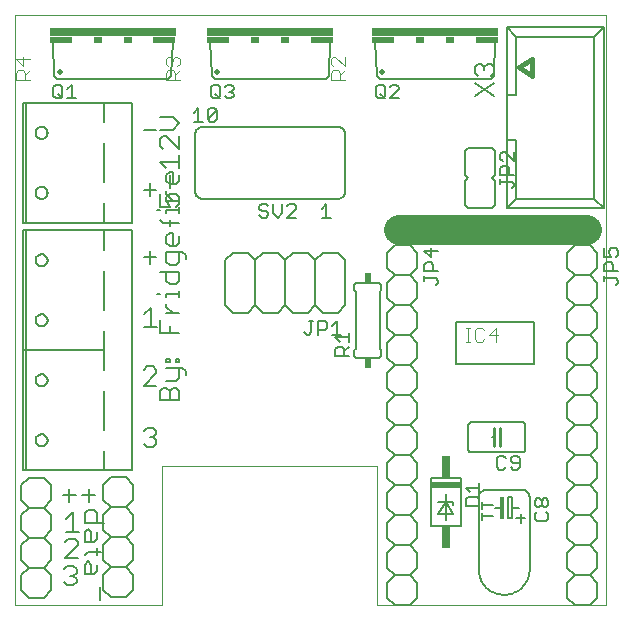
<source format=gto>
G75*
%MOIN*%
%OFA0B0*%
%FSLAX24Y24*%
%IPPOS*%
%LPD*%
%AMOC8*
5,1,8,0,0,1.08239X$1,22.5*
%
%ADD10C,0.0000*%
%ADD11C,0.1000*%
%ADD12C,0.0060*%
%ADD13C,0.0050*%
%ADD14R,0.0170X0.0740*%
%ADD15C,0.0100*%
%ADD16C,0.0080*%
%ADD17C,0.0040*%
%ADD18C,0.0160*%
%ADD19R,0.1000X0.0200*%
%ADD20R,0.0300X0.0750*%
%ADD21R,0.0240X0.0340*%
%ADD22C,0.0200*%
%ADD23R,0.4200X0.0300*%
%ADD24R,0.0750X0.0200*%
%ADD25R,0.0300X0.0200*%
D10*
X000267Y000130D02*
X000267Y019815D01*
X019952Y019815D01*
X019952Y000130D01*
X012326Y000130D01*
X012326Y004786D01*
X005161Y004786D01*
X005161Y000130D01*
X000267Y000130D01*
D11*
X013067Y012630D02*
X019317Y012630D01*
D12*
X019417Y012130D02*
X018917Y012130D01*
X018667Y011880D01*
X018667Y011380D01*
X018917Y011130D01*
X018667Y010880D01*
X018667Y010380D01*
X018917Y010130D01*
X019417Y010130D01*
X019667Y010380D01*
X019667Y010880D01*
X019417Y011130D01*
X018917Y011130D01*
X019417Y011130D02*
X019667Y011380D01*
X019667Y011880D01*
X019417Y012130D01*
X019417Y010130D02*
X019667Y009880D01*
X019667Y009380D01*
X019417Y009130D01*
X019667Y008880D01*
X019667Y008380D01*
X019417Y008130D01*
X019667Y007880D01*
X019667Y007380D01*
X019417Y007130D01*
X018917Y007130D01*
X018667Y007380D01*
X018667Y007880D01*
X018917Y008130D01*
X018667Y008380D01*
X018667Y008880D01*
X018917Y009130D01*
X018667Y009380D01*
X018667Y009880D01*
X018917Y010130D01*
X018917Y009130D02*
X019417Y009130D01*
X019417Y008130D02*
X018917Y008130D01*
X018917Y007130D02*
X018667Y006880D01*
X018667Y006380D01*
X018917Y006130D01*
X018667Y005880D01*
X018667Y005380D01*
X018917Y005130D01*
X018667Y004880D01*
X018667Y004380D01*
X018917Y004130D01*
X019417Y004130D01*
X019667Y004380D01*
X019667Y004880D01*
X019417Y005130D01*
X018917Y005130D01*
X019417Y005130D02*
X019667Y005380D01*
X019667Y005880D01*
X019417Y006130D01*
X018917Y006130D01*
X019417Y006130D02*
X019667Y006380D01*
X019667Y006880D01*
X019417Y007130D01*
X017267Y006130D02*
X017267Y005330D01*
X017265Y005313D01*
X017261Y005296D01*
X017254Y005280D01*
X017244Y005266D01*
X017231Y005253D01*
X017217Y005243D01*
X017201Y005236D01*
X017184Y005232D01*
X017167Y005230D01*
X015467Y005230D01*
X015450Y005232D01*
X015433Y005236D01*
X015417Y005243D01*
X015403Y005253D01*
X015390Y005266D01*
X015380Y005280D01*
X015373Y005296D01*
X015369Y005313D01*
X015367Y005330D01*
X015367Y006130D01*
X015369Y006147D01*
X015373Y006164D01*
X015380Y006180D01*
X015390Y006194D01*
X015403Y006207D01*
X015417Y006217D01*
X015433Y006224D01*
X015450Y006228D01*
X015467Y006230D01*
X017167Y006230D01*
X017184Y006228D01*
X017201Y006224D01*
X017217Y006217D01*
X017231Y006207D01*
X017244Y006194D01*
X017254Y006180D01*
X017261Y006164D01*
X017265Y006147D01*
X017267Y006130D01*
X016467Y005730D02*
X016417Y005730D01*
X016217Y005730D02*
X016167Y005730D01*
X015117Y004380D02*
X014117Y004380D01*
X014117Y002780D01*
X015117Y002780D01*
X015117Y004380D01*
X014617Y003830D02*
X014617Y003580D01*
X014867Y003580D01*
X014867Y003480D01*
X014617Y003580D02*
X014367Y003580D01*
X014617Y003580D02*
X014867Y003180D01*
X014367Y003180D01*
X014617Y003580D01*
X014617Y002980D01*
X013667Y002880D02*
X013667Y002380D01*
X013417Y002130D01*
X013667Y001880D01*
X013667Y001380D01*
X013417Y001130D01*
X013667Y000880D01*
X013667Y000380D01*
X013417Y000130D01*
X012917Y000130D01*
X012667Y000380D01*
X012667Y000880D01*
X012917Y001130D01*
X012667Y001380D01*
X012667Y001880D01*
X012917Y002130D01*
X012667Y002380D01*
X012667Y002880D01*
X012917Y003130D01*
X012667Y003380D01*
X012667Y003880D01*
X012917Y004130D01*
X012667Y004380D01*
X012667Y004880D01*
X012917Y005130D01*
X012667Y005380D01*
X012667Y005880D01*
X012917Y006130D01*
X012667Y006380D01*
X012667Y006880D01*
X012917Y007130D01*
X012667Y007380D01*
X012667Y007880D01*
X012917Y008130D01*
X012667Y008380D01*
X012667Y008880D01*
X012917Y009130D01*
X012667Y009380D01*
X012667Y009880D01*
X012917Y010130D01*
X012667Y010380D01*
X012667Y010880D01*
X012917Y011130D01*
X012667Y011380D01*
X012667Y011880D01*
X012917Y012130D01*
X013417Y012130D01*
X013667Y011880D01*
X013667Y011380D01*
X013417Y011130D01*
X013667Y010880D01*
X013667Y010380D01*
X013417Y010130D01*
X012917Y010130D01*
X013417Y010130D02*
X013667Y009880D01*
X013667Y009380D01*
X013417Y009130D01*
X013667Y008880D01*
X013667Y008380D01*
X013417Y008130D01*
X013667Y007880D01*
X013667Y007380D01*
X013417Y007130D01*
X012917Y007130D01*
X013417Y007130D02*
X013667Y006880D01*
X013667Y006380D01*
X013417Y006130D01*
X013667Y005880D01*
X013667Y005380D01*
X013417Y005130D01*
X013667Y004880D01*
X013667Y004380D01*
X013417Y004130D01*
X012917Y004130D01*
X013417Y004130D02*
X013667Y003880D01*
X013667Y003380D01*
X013417Y003130D01*
X013667Y002880D01*
X013417Y003130D02*
X012917Y003130D01*
X012917Y002130D02*
X013417Y002130D01*
X013417Y001130D02*
X012917Y001130D01*
X015717Y001330D02*
X015717Y003730D01*
X015719Y003760D01*
X015724Y003790D01*
X015733Y003819D01*
X015746Y003846D01*
X015761Y003872D01*
X015780Y003896D01*
X015801Y003917D01*
X015825Y003936D01*
X015851Y003951D01*
X015878Y003964D01*
X015907Y003973D01*
X015937Y003978D01*
X015967Y003980D01*
X017167Y003980D01*
X017197Y003978D01*
X017227Y003973D01*
X017256Y003964D01*
X017283Y003951D01*
X017309Y003936D01*
X017333Y003917D01*
X017354Y003896D01*
X017373Y003872D01*
X017388Y003846D01*
X017401Y003819D01*
X017410Y003790D01*
X017415Y003760D01*
X017417Y003730D01*
X017417Y001330D01*
X017415Y001273D01*
X017409Y001217D01*
X017400Y001161D01*
X017387Y001105D01*
X017370Y001051D01*
X017350Y000998D01*
X017326Y000947D01*
X017298Y000897D01*
X017268Y000849D01*
X017234Y000803D01*
X017197Y000760D01*
X017158Y000719D01*
X017116Y000681D01*
X017071Y000646D01*
X017024Y000614D01*
X016975Y000585D01*
X016925Y000559D01*
X016872Y000537D01*
X016819Y000518D01*
X016764Y000503D01*
X016708Y000492D01*
X016652Y000484D01*
X016595Y000480D01*
X016539Y000480D01*
X016482Y000484D01*
X016426Y000492D01*
X016370Y000503D01*
X016315Y000518D01*
X016262Y000537D01*
X016209Y000559D01*
X016159Y000585D01*
X016110Y000614D01*
X016063Y000646D01*
X016018Y000681D01*
X015976Y000719D01*
X015937Y000760D01*
X015900Y000803D01*
X015866Y000849D01*
X015836Y000897D01*
X015808Y000947D01*
X015784Y000998D01*
X015764Y001051D01*
X015747Y001105D01*
X015734Y001161D01*
X015725Y001217D01*
X015719Y001273D01*
X015717Y001330D01*
X017117Y002880D02*
X017117Y003180D01*
X017067Y003380D02*
X016817Y003380D01*
X016817Y003030D01*
X016687Y003030D01*
X016687Y003730D01*
X016817Y003730D01*
X016817Y003380D01*
X016467Y003380D02*
X016267Y003380D01*
X016967Y003030D02*
X017267Y003030D01*
X018667Y002880D02*
X018667Y002380D01*
X018917Y002130D01*
X018667Y001880D01*
X018667Y001380D01*
X018917Y001130D01*
X018667Y000880D01*
X018667Y000380D01*
X018917Y000130D01*
X019417Y000130D01*
X019667Y000380D01*
X019667Y000880D01*
X019417Y001130D01*
X018917Y001130D01*
X019417Y001130D02*
X019667Y001380D01*
X019667Y001880D01*
X019417Y002130D01*
X018917Y002130D01*
X019417Y002130D02*
X019667Y002380D01*
X019667Y002880D01*
X019417Y003130D01*
X018917Y003130D01*
X018667Y002880D01*
X018917Y003130D02*
X018667Y003380D01*
X018667Y003880D01*
X018917Y004130D01*
X019417Y004130D02*
X019667Y003880D01*
X019667Y003380D01*
X019417Y003130D01*
X013417Y005130D02*
X012917Y005130D01*
X012917Y006130D02*
X013417Y006130D01*
X013417Y008130D02*
X012917Y008130D01*
X012467Y008480D02*
X012467Y008630D01*
X012417Y008680D01*
X012417Y010580D01*
X012467Y010630D01*
X012467Y010780D01*
X012465Y010797D01*
X012461Y010814D01*
X012454Y010830D01*
X012444Y010844D01*
X012431Y010857D01*
X012417Y010867D01*
X012401Y010874D01*
X012384Y010878D01*
X012367Y010880D01*
X011667Y010880D01*
X011650Y010878D01*
X011633Y010874D01*
X011617Y010867D01*
X011603Y010857D01*
X011590Y010844D01*
X011580Y010830D01*
X011573Y010814D01*
X011569Y010797D01*
X011567Y010780D01*
X011567Y010630D01*
X011617Y010580D01*
X011617Y008680D01*
X011567Y008630D01*
X011567Y008480D01*
X011569Y008463D01*
X011573Y008446D01*
X011580Y008430D01*
X011590Y008416D01*
X011603Y008403D01*
X011617Y008393D01*
X011633Y008386D01*
X011650Y008382D01*
X011667Y008380D01*
X012367Y008380D01*
X012384Y008382D01*
X012401Y008386D01*
X012417Y008393D01*
X012431Y008403D01*
X012444Y008416D01*
X012454Y008430D01*
X012461Y008446D01*
X012465Y008463D01*
X012467Y008480D01*
X012917Y009130D02*
X013417Y009130D01*
X013417Y011130D02*
X012917Y011130D01*
X011267Y011630D02*
X011267Y010130D01*
X011017Y009880D01*
X010517Y009880D01*
X010267Y010130D01*
X010267Y011630D01*
X010017Y011880D01*
X009517Y011880D01*
X009267Y011630D01*
X009267Y010130D01*
X009017Y009880D01*
X008517Y009880D01*
X008267Y010130D01*
X008017Y009880D01*
X007517Y009880D01*
X007267Y010130D01*
X007267Y011630D01*
X007517Y011880D01*
X008017Y011880D01*
X008267Y011630D01*
X008267Y010130D01*
X009267Y010130D02*
X009517Y009880D01*
X010017Y009880D01*
X010267Y010130D01*
X010267Y011630D02*
X010517Y011880D01*
X011017Y011880D01*
X011267Y011630D01*
X009267Y011630D02*
X009017Y011880D01*
X008517Y011880D01*
X008267Y011630D01*
X006517Y013680D02*
X011017Y013680D01*
X011047Y013682D01*
X011077Y013687D01*
X011106Y013696D01*
X011133Y013709D01*
X011159Y013724D01*
X011183Y013743D01*
X011204Y013764D01*
X011223Y013788D01*
X011238Y013814D01*
X011251Y013841D01*
X011260Y013870D01*
X011265Y013900D01*
X011267Y013930D01*
X011267Y015830D01*
X011265Y015860D01*
X011260Y015890D01*
X011251Y015919D01*
X011238Y015946D01*
X011223Y015972D01*
X011204Y015996D01*
X011183Y016017D01*
X011159Y016036D01*
X011133Y016051D01*
X011106Y016064D01*
X011077Y016073D01*
X011047Y016078D01*
X011017Y016080D01*
X006517Y016080D01*
X006487Y016078D01*
X006457Y016073D01*
X006428Y016064D01*
X006401Y016051D01*
X006375Y016036D01*
X006351Y016017D01*
X006330Y015996D01*
X006311Y015972D01*
X006296Y015946D01*
X006283Y015919D01*
X006274Y015890D01*
X006269Y015860D01*
X006267Y015830D01*
X006267Y013930D01*
X006269Y013900D01*
X006274Y013870D01*
X006283Y013841D01*
X006296Y013814D01*
X006311Y013788D01*
X006330Y013764D01*
X006351Y013743D01*
X006375Y013724D01*
X006401Y013709D01*
X006428Y013696D01*
X006457Y013687D01*
X006487Y013682D01*
X006517Y013680D01*
X005737Y013730D02*
X005737Y013517D01*
X005630Y013410D01*
X005737Y013404D02*
X005737Y013191D01*
X005737Y013297D02*
X005310Y013297D01*
X005310Y013191D01*
X005096Y013297D02*
X004989Y013297D01*
X005096Y013410D02*
X005416Y013410D01*
X005310Y013624D01*
X005310Y013730D01*
X005416Y013837D01*
X005630Y013837D01*
X005737Y013730D01*
X005737Y013620D02*
X005310Y013620D01*
X005523Y013620D02*
X005310Y013834D01*
X005310Y013941D01*
X005416Y014055D02*
X005416Y014482D01*
X005416Y014585D02*
X005310Y014478D01*
X005310Y014264D01*
X005416Y014157D01*
X005630Y014157D01*
X005737Y014264D01*
X005737Y014478D01*
X005737Y014699D02*
X005737Y015126D01*
X005737Y014913D02*
X005096Y014913D01*
X005310Y014699D01*
X005416Y014585D02*
X005523Y014585D01*
X005523Y014157D01*
X005096Y013837D02*
X005096Y013410D01*
X005096Y012974D02*
X005203Y012868D01*
X005737Y012868D01*
X005416Y012761D02*
X005416Y012974D01*
X005416Y012543D02*
X005523Y012543D01*
X005523Y012116D01*
X005630Y012116D02*
X005416Y012116D01*
X005310Y012223D01*
X005310Y012437D01*
X005416Y012543D01*
X005737Y012437D02*
X005737Y012223D01*
X005630Y012116D01*
X005737Y011899D02*
X005737Y011579D01*
X005630Y011472D01*
X005416Y011472D01*
X005310Y011579D01*
X005310Y011899D01*
X005843Y011899D01*
X005950Y011792D01*
X005950Y011685D01*
X005737Y011254D02*
X005737Y010934D01*
X005630Y010827D01*
X005416Y010827D01*
X005310Y010934D01*
X005310Y011254D01*
X005096Y011254D02*
X005737Y011254D01*
X005737Y010611D02*
X005737Y010398D01*
X005737Y010504D02*
X005310Y010504D01*
X005310Y010398D01*
X005310Y010181D02*
X005310Y010074D01*
X005523Y009860D01*
X005310Y009860D02*
X005737Y009860D01*
X005416Y009429D02*
X005416Y009216D01*
X005096Y009216D02*
X005096Y009643D01*
X005000Y009399D02*
X004573Y009399D01*
X004786Y009399D02*
X004786Y010040D01*
X004573Y009826D01*
X004989Y010504D02*
X005096Y010504D01*
X004760Y011517D02*
X004760Y011944D01*
X004547Y011730D02*
X004974Y011730D01*
X004167Y012630D02*
X003217Y012630D01*
X003217Y011980D01*
X003217Y012630D02*
X000617Y012630D01*
X000617Y004630D01*
X000517Y004630D01*
X000517Y008630D01*
X003217Y008630D01*
X003217Y009280D01*
X003217Y008630D02*
X003217Y007980D01*
X003217Y007280D02*
X003217Y005980D01*
X003217Y005280D02*
X003217Y004630D01*
X000617Y004630D01*
X000723Y004376D02*
X001223Y004376D01*
X001473Y004126D01*
X001473Y003626D01*
X001223Y003376D01*
X001473Y003126D01*
X001473Y002626D01*
X001223Y002376D01*
X001473Y002126D01*
X001473Y001626D01*
X001223Y001376D01*
X001473Y001126D01*
X001473Y000626D01*
X001223Y000376D01*
X000723Y000376D01*
X000473Y000626D01*
X000473Y001126D01*
X000723Y001376D01*
X000473Y001626D01*
X000473Y002126D01*
X000723Y002376D01*
X001223Y002376D01*
X000723Y002376D02*
X000473Y002626D01*
X000473Y003126D01*
X000723Y003376D01*
X000473Y003626D01*
X000473Y004126D01*
X000723Y004376D01*
X000723Y003376D02*
X001223Y003376D01*
X001863Y003796D02*
X002291Y003796D01*
X002512Y003799D02*
X002939Y003799D01*
X002726Y003585D02*
X002726Y004012D01*
X003203Y004143D02*
X003203Y003643D01*
X003453Y003393D01*
X003203Y003143D01*
X003203Y002643D01*
X003453Y002393D01*
X003953Y002393D01*
X004203Y002643D01*
X004203Y003143D01*
X003953Y003393D01*
X003453Y003393D01*
X003011Y003208D02*
X003011Y002888D01*
X003225Y002888D02*
X002584Y002888D01*
X002584Y003208D01*
X002691Y003315D01*
X002904Y003315D01*
X003011Y003208D01*
X002691Y002670D02*
X002798Y002563D01*
X002798Y002243D01*
X002904Y002243D02*
X002584Y002243D01*
X002584Y002563D01*
X002691Y002670D01*
X002403Y002588D02*
X001976Y002588D01*
X002189Y002588D02*
X002189Y003228D01*
X001976Y003015D01*
X002077Y003582D02*
X002077Y004009D01*
X003203Y004143D02*
X003453Y004393D01*
X003953Y004393D01*
X004203Y004143D01*
X004203Y003643D01*
X003953Y003393D01*
X003953Y002393D02*
X004203Y002143D01*
X004203Y001643D01*
X003953Y001393D01*
X004203Y001143D01*
X004203Y000643D01*
X003953Y000393D01*
X003453Y000393D01*
X003203Y000643D01*
X003203Y001143D01*
X003453Y001393D01*
X003203Y001643D01*
X003203Y002143D01*
X003453Y002393D01*
X003011Y002350D02*
X002904Y002243D01*
X003011Y002350D02*
X003011Y002563D01*
X003011Y002026D02*
X003011Y001812D01*
X003118Y001919D02*
X002691Y001919D01*
X002584Y001812D01*
X002691Y001596D02*
X002798Y001489D01*
X002798Y001169D01*
X002904Y001169D02*
X002584Y001169D01*
X002584Y001489D01*
X002691Y001596D01*
X002361Y001702D02*
X001934Y001702D01*
X002361Y002129D01*
X002361Y002236D01*
X002254Y002343D01*
X002040Y002343D01*
X001934Y002236D01*
X001994Y001436D02*
X002208Y001436D01*
X002315Y001329D01*
X002315Y001223D01*
X002208Y001116D01*
X002315Y001009D01*
X002315Y000902D01*
X002208Y000796D01*
X001994Y000796D01*
X001888Y000902D01*
X002101Y001116D02*
X002208Y001116D01*
X001888Y001329D02*
X001994Y001436D01*
X001223Y001376D02*
X000723Y001376D01*
X002904Y001169D02*
X003011Y001276D01*
X003011Y001489D01*
X003453Y001393D02*
X003953Y001393D01*
X003080Y000725D02*
X003080Y000298D01*
X003217Y004630D02*
X004167Y004630D01*
X004167Y012630D01*
X004167Y012880D02*
X003217Y012880D01*
X003217Y013530D01*
X003217Y012880D02*
X000617Y012880D01*
X000517Y012880D01*
X000517Y016880D01*
X000617Y016880D01*
X003217Y016880D01*
X003217Y016230D01*
X003217Y016880D02*
X004167Y016880D01*
X004167Y012880D01*
X004760Y013767D02*
X004760Y014194D01*
X004547Y013980D02*
X004974Y013980D01*
X005203Y015344D02*
X005096Y015450D01*
X005096Y015664D01*
X005203Y015771D01*
X005310Y015771D01*
X005737Y015344D01*
X005737Y015771D01*
X005523Y015988D02*
X005737Y016202D01*
X005523Y016415D01*
X005096Y016415D01*
X005096Y015988D02*
X005523Y015988D01*
X004974Y015980D02*
X004547Y015980D01*
X003217Y015530D02*
X003217Y014230D01*
X000947Y013880D02*
X000949Y013908D01*
X000955Y013935D01*
X000964Y013961D01*
X000977Y013986D01*
X000994Y014009D01*
X001013Y014029D01*
X001035Y014046D01*
X001059Y014060D01*
X001085Y014070D01*
X001112Y014077D01*
X001140Y014080D01*
X001168Y014079D01*
X001195Y014074D01*
X001222Y014065D01*
X001247Y014053D01*
X001270Y014038D01*
X001291Y014019D01*
X001309Y013998D01*
X001324Y013974D01*
X001335Y013948D01*
X001343Y013922D01*
X001347Y013894D01*
X001347Y013866D01*
X001343Y013838D01*
X001335Y013812D01*
X001324Y013786D01*
X001309Y013762D01*
X001291Y013741D01*
X001270Y013722D01*
X001247Y013707D01*
X001222Y013695D01*
X001195Y013686D01*
X001168Y013681D01*
X001140Y013680D01*
X001112Y013683D01*
X001085Y013690D01*
X001059Y013700D01*
X001035Y013714D01*
X001013Y013731D01*
X000994Y013751D01*
X000977Y013774D01*
X000964Y013799D01*
X000955Y013825D01*
X000949Y013852D01*
X000947Y013880D01*
X000617Y012880D02*
X000617Y016880D01*
X000947Y015880D02*
X000949Y015908D01*
X000955Y015935D01*
X000964Y015961D01*
X000977Y015986D01*
X000994Y016009D01*
X001013Y016029D01*
X001035Y016046D01*
X001059Y016060D01*
X001085Y016070D01*
X001112Y016077D01*
X001140Y016080D01*
X001168Y016079D01*
X001195Y016074D01*
X001222Y016065D01*
X001247Y016053D01*
X001270Y016038D01*
X001291Y016019D01*
X001309Y015998D01*
X001324Y015974D01*
X001335Y015948D01*
X001343Y015922D01*
X001347Y015894D01*
X001347Y015866D01*
X001343Y015838D01*
X001335Y015812D01*
X001324Y015786D01*
X001309Y015762D01*
X001291Y015741D01*
X001270Y015722D01*
X001247Y015707D01*
X001222Y015695D01*
X001195Y015686D01*
X001168Y015681D01*
X001140Y015680D01*
X001112Y015683D01*
X001085Y015690D01*
X001059Y015700D01*
X001035Y015714D01*
X001013Y015731D01*
X000994Y015751D01*
X000977Y015774D01*
X000964Y015799D01*
X000955Y015825D01*
X000949Y015852D01*
X000947Y015880D01*
X001667Y017680D02*
X001567Y017780D01*
X001517Y018930D01*
X001667Y017680D02*
X005367Y017680D01*
X005467Y017780D01*
X005517Y018930D01*
X006767Y018930D02*
X006817Y017780D01*
X006917Y017680D01*
X010617Y017680D01*
X010717Y017780D01*
X010767Y018930D01*
X012267Y018930D02*
X012317Y017780D01*
X012417Y017680D01*
X016117Y017680D01*
X016217Y017780D01*
X016267Y018930D01*
X016121Y018185D02*
X016014Y018185D01*
X015908Y018078D01*
X015908Y017971D01*
X015908Y018078D02*
X015801Y018185D01*
X015694Y018185D01*
X015587Y018078D01*
X015587Y017864D01*
X015694Y017758D01*
X015587Y017540D02*
X016228Y017113D01*
X016228Y017540D02*
X015587Y017113D01*
X016121Y017758D02*
X016228Y017864D01*
X016228Y018078D01*
X016121Y018185D01*
X016167Y015380D02*
X015367Y015380D01*
X015267Y015280D01*
X015267Y014480D01*
X015367Y014380D01*
X015267Y014280D01*
X015267Y013480D01*
X015367Y013380D01*
X016167Y013380D01*
X016267Y013480D01*
X016267Y014280D01*
X016167Y014380D01*
X016267Y014480D01*
X016267Y015280D01*
X016167Y015380D01*
X005950Y007925D02*
X005950Y007818D01*
X005950Y007925D02*
X005843Y008032D01*
X005310Y008032D01*
X005310Y008249D02*
X005416Y008249D01*
X005416Y008356D01*
X005310Y008356D01*
X005310Y008249D01*
X005630Y008249D02*
X005737Y008249D01*
X005737Y008356D01*
X005630Y008356D01*
X005630Y008249D01*
X005737Y008032D02*
X005737Y007711D01*
X005630Y007605D01*
X005310Y007605D01*
X005310Y007387D02*
X005203Y007387D01*
X005096Y007280D01*
X005096Y006960D01*
X005737Y006960D01*
X005737Y007280D01*
X005630Y007387D01*
X005523Y007387D01*
X005416Y007280D01*
X005416Y006960D01*
X005416Y007280D02*
X005310Y007387D01*
X004974Y007451D02*
X004547Y007451D01*
X004974Y007878D01*
X004974Y007985D01*
X004867Y008092D01*
X004653Y008092D01*
X004547Y007985D01*
X005096Y009216D02*
X005737Y009216D01*
X003217Y009980D02*
X003217Y011280D01*
X000947Y011630D02*
X000949Y011658D01*
X000955Y011685D01*
X000964Y011711D01*
X000977Y011736D01*
X000994Y011759D01*
X001013Y011779D01*
X001035Y011796D01*
X001059Y011810D01*
X001085Y011820D01*
X001112Y011827D01*
X001140Y011830D01*
X001168Y011829D01*
X001195Y011824D01*
X001222Y011815D01*
X001247Y011803D01*
X001270Y011788D01*
X001291Y011769D01*
X001309Y011748D01*
X001324Y011724D01*
X001335Y011698D01*
X001343Y011672D01*
X001347Y011644D01*
X001347Y011616D01*
X001343Y011588D01*
X001335Y011562D01*
X001324Y011536D01*
X001309Y011512D01*
X001291Y011491D01*
X001270Y011472D01*
X001247Y011457D01*
X001222Y011445D01*
X001195Y011436D01*
X001168Y011431D01*
X001140Y011430D01*
X001112Y011433D01*
X001085Y011440D01*
X001059Y011450D01*
X001035Y011464D01*
X001013Y011481D01*
X000994Y011501D01*
X000977Y011524D01*
X000964Y011549D01*
X000955Y011575D01*
X000949Y011602D01*
X000947Y011630D01*
X000617Y012630D02*
X000517Y012630D01*
X000517Y008630D01*
X000947Y007630D02*
X000949Y007658D01*
X000955Y007685D01*
X000964Y007711D01*
X000977Y007736D01*
X000994Y007759D01*
X001013Y007779D01*
X001035Y007796D01*
X001059Y007810D01*
X001085Y007820D01*
X001112Y007827D01*
X001140Y007830D01*
X001168Y007829D01*
X001195Y007824D01*
X001222Y007815D01*
X001247Y007803D01*
X001270Y007788D01*
X001291Y007769D01*
X001309Y007748D01*
X001324Y007724D01*
X001335Y007698D01*
X001343Y007672D01*
X001347Y007644D01*
X001347Y007616D01*
X001343Y007588D01*
X001335Y007562D01*
X001324Y007536D01*
X001309Y007512D01*
X001291Y007491D01*
X001270Y007472D01*
X001247Y007457D01*
X001222Y007445D01*
X001195Y007436D01*
X001168Y007431D01*
X001140Y007430D01*
X001112Y007433D01*
X001085Y007440D01*
X001059Y007450D01*
X001035Y007464D01*
X001013Y007481D01*
X000994Y007501D01*
X000977Y007524D01*
X000964Y007549D01*
X000955Y007575D01*
X000949Y007602D01*
X000947Y007630D01*
X000947Y005630D02*
X000949Y005658D01*
X000955Y005685D01*
X000964Y005711D01*
X000977Y005736D01*
X000994Y005759D01*
X001013Y005779D01*
X001035Y005796D01*
X001059Y005810D01*
X001085Y005820D01*
X001112Y005827D01*
X001140Y005830D01*
X001168Y005829D01*
X001195Y005824D01*
X001222Y005815D01*
X001247Y005803D01*
X001270Y005788D01*
X001291Y005769D01*
X001309Y005748D01*
X001324Y005724D01*
X001335Y005698D01*
X001343Y005672D01*
X001347Y005644D01*
X001347Y005616D01*
X001343Y005588D01*
X001335Y005562D01*
X001324Y005536D01*
X001309Y005512D01*
X001291Y005491D01*
X001270Y005472D01*
X001247Y005457D01*
X001222Y005445D01*
X001195Y005436D01*
X001168Y005431D01*
X001140Y005430D01*
X001112Y005433D01*
X001085Y005440D01*
X001059Y005450D01*
X001035Y005464D01*
X001013Y005481D01*
X000994Y005501D01*
X000977Y005524D01*
X000964Y005549D01*
X000955Y005575D01*
X000949Y005602D01*
X000947Y005630D01*
X004547Y005517D02*
X004653Y005410D01*
X004867Y005410D01*
X004974Y005517D01*
X004974Y005624D01*
X004867Y005730D01*
X004760Y005730D01*
X004867Y005730D02*
X004974Y005837D01*
X004974Y005944D01*
X004867Y006051D01*
X004653Y006051D01*
X004547Y005944D01*
X000947Y009630D02*
X000949Y009658D01*
X000955Y009685D01*
X000964Y009711D01*
X000977Y009736D01*
X000994Y009759D01*
X001013Y009779D01*
X001035Y009796D01*
X001059Y009810D01*
X001085Y009820D01*
X001112Y009827D01*
X001140Y009830D01*
X001168Y009829D01*
X001195Y009824D01*
X001222Y009815D01*
X001247Y009803D01*
X001270Y009788D01*
X001291Y009769D01*
X001309Y009748D01*
X001324Y009724D01*
X001335Y009698D01*
X001343Y009672D01*
X001347Y009644D01*
X001347Y009616D01*
X001343Y009588D01*
X001335Y009562D01*
X001324Y009536D01*
X001309Y009512D01*
X001291Y009491D01*
X001270Y009472D01*
X001247Y009457D01*
X001222Y009445D01*
X001195Y009436D01*
X001168Y009431D01*
X001140Y009430D01*
X001112Y009433D01*
X001085Y009440D01*
X001059Y009450D01*
X001035Y009464D01*
X001013Y009481D01*
X000994Y009501D01*
X000977Y009524D01*
X000964Y009549D01*
X000955Y009575D01*
X000949Y009602D01*
X000947Y009630D01*
D13*
X006221Y016255D02*
X006521Y016255D01*
X006371Y016255D02*
X006371Y016705D01*
X006221Y016555D01*
X006681Y016630D02*
X006681Y016330D01*
X006982Y016630D01*
X006982Y016330D01*
X006906Y016255D01*
X006756Y016255D01*
X006681Y016330D01*
X006681Y016630D02*
X006756Y016705D01*
X006906Y016705D01*
X006982Y016630D01*
X007017Y017025D02*
X006867Y017025D01*
X006792Y017100D01*
X006792Y017400D01*
X006867Y017475D01*
X007017Y017475D01*
X007092Y017400D01*
X007092Y017100D01*
X007017Y017025D01*
X007092Y017025D02*
X006942Y017175D01*
X007252Y017100D02*
X007327Y017025D01*
X007477Y017025D01*
X007552Y017100D01*
X007552Y017175D01*
X007477Y017250D01*
X007402Y017250D01*
X007477Y017250D02*
X007552Y017325D01*
X007552Y017400D01*
X007477Y017475D01*
X007327Y017475D01*
X007252Y017400D01*
X008486Y013505D02*
X008410Y013430D01*
X008410Y013355D01*
X008486Y013280D01*
X008636Y013280D01*
X008711Y013205D01*
X008711Y013130D01*
X008636Y013055D01*
X008486Y013055D01*
X008410Y013130D01*
X008486Y013505D02*
X008636Y013505D01*
X008711Y013430D01*
X008871Y013505D02*
X008871Y013205D01*
X009021Y013055D01*
X009171Y013205D01*
X009171Y013505D01*
X009331Y013430D02*
X009406Y013505D01*
X009556Y013505D01*
X009632Y013430D01*
X009632Y013355D01*
X009331Y013055D01*
X009632Y013055D01*
X010481Y013055D02*
X010782Y013055D01*
X010631Y013055D02*
X010631Y013505D01*
X010481Y013355D01*
X013911Y011950D02*
X014136Y011725D01*
X014136Y012025D01*
X013911Y011950D02*
X014362Y011950D01*
X014136Y011564D02*
X013986Y011564D01*
X013911Y011489D01*
X013911Y011264D01*
X014362Y011264D01*
X014212Y011264D02*
X014212Y011489D01*
X014136Y011564D01*
X013911Y011104D02*
X013911Y010954D01*
X013911Y011029D02*
X014287Y011029D01*
X014362Y010954D01*
X014362Y010879D01*
X014287Y010804D01*
X011392Y009216D02*
X011392Y008915D01*
X011392Y009066D02*
X010941Y009066D01*
X011091Y008915D01*
X011016Y008755D02*
X010941Y008680D01*
X010941Y008455D01*
X011392Y008455D01*
X011242Y008455D02*
X011242Y008680D01*
X011166Y008755D01*
X011016Y008755D01*
X011242Y008605D02*
X011392Y008755D01*
X011132Y009155D02*
X010831Y009155D01*
X010981Y009155D02*
X010981Y009605D01*
X010831Y009455D01*
X010671Y009380D02*
X010596Y009305D01*
X010371Y009305D01*
X010371Y009155D02*
X010371Y009605D01*
X010596Y009605D01*
X010671Y009530D01*
X010671Y009380D01*
X010211Y009605D02*
X010061Y009605D01*
X010136Y009605D02*
X010136Y009230D01*
X010061Y009155D01*
X009986Y009155D01*
X009910Y009230D01*
X015291Y004045D02*
X015742Y004045D01*
X015742Y003895D02*
X015742Y004195D01*
X015441Y003895D02*
X015291Y004045D01*
X015366Y003734D02*
X015291Y003659D01*
X015291Y003434D01*
X015742Y003434D01*
X015742Y003659D01*
X015667Y003734D01*
X015366Y003734D01*
X015841Y003573D02*
X015841Y003346D01*
X015841Y003459D02*
X016182Y003459D01*
X015841Y003214D02*
X015841Y002987D01*
X015841Y003100D02*
X016182Y003100D01*
X017591Y003159D02*
X017591Y003009D01*
X017666Y002934D01*
X017967Y002934D01*
X018042Y003009D01*
X018042Y003159D01*
X017967Y003234D01*
X017967Y003395D02*
X017892Y003395D01*
X017816Y003470D01*
X017816Y003620D01*
X017892Y003695D01*
X017967Y003695D01*
X018042Y003620D01*
X018042Y003470D01*
X017967Y003395D01*
X017816Y003470D02*
X017741Y003395D01*
X017666Y003395D01*
X017591Y003470D01*
X017591Y003620D01*
X017666Y003695D01*
X017741Y003695D01*
X017816Y003620D01*
X017666Y003234D02*
X017591Y003159D01*
X017006Y004655D02*
X016856Y004655D01*
X016781Y004730D01*
X016621Y004730D02*
X016546Y004655D01*
X016396Y004655D01*
X016321Y004730D01*
X016321Y005030D01*
X016396Y005105D01*
X016546Y005105D01*
X016621Y005030D01*
X016781Y005030D02*
X016781Y004955D01*
X016856Y004880D01*
X017082Y004880D01*
X017082Y004730D02*
X017082Y005030D01*
X017006Y005105D01*
X016856Y005105D01*
X016781Y005030D01*
X017082Y004730D02*
X017006Y004655D01*
X020287Y010804D02*
X020362Y010879D01*
X020362Y010954D01*
X020287Y011029D01*
X019911Y011029D01*
X019911Y010954D02*
X019911Y011104D01*
X019911Y011264D02*
X019911Y011489D01*
X019986Y011564D01*
X020136Y011564D01*
X020212Y011489D01*
X020212Y011264D01*
X020362Y011264D02*
X019911Y011264D01*
X019911Y011725D02*
X020136Y011725D01*
X020061Y011875D01*
X020061Y011950D01*
X020136Y012025D01*
X020287Y012025D01*
X020362Y011950D01*
X020362Y011800D01*
X020287Y011725D01*
X019911Y011725D02*
X019911Y012025D01*
X016892Y014099D02*
X016892Y014174D01*
X016817Y014249D01*
X016441Y014249D01*
X016441Y014174D02*
X016441Y014324D01*
X016441Y014484D02*
X016441Y014709D01*
X016516Y014784D01*
X016666Y014784D01*
X016742Y014709D01*
X016742Y014484D01*
X016892Y014484D02*
X016441Y014484D01*
X016892Y014099D02*
X016817Y014024D01*
X016892Y014945D02*
X016591Y015245D01*
X016516Y015245D01*
X016441Y015170D01*
X016441Y015020D01*
X016516Y014945D01*
X016892Y014945D02*
X016892Y015245D01*
X013052Y017025D02*
X012752Y017025D01*
X013052Y017325D01*
X013052Y017400D01*
X012977Y017475D01*
X012827Y017475D01*
X012752Y017400D01*
X012592Y017400D02*
X012592Y017100D01*
X012517Y017025D01*
X012367Y017025D01*
X012292Y017100D01*
X012292Y017400D01*
X012367Y017475D01*
X012517Y017475D01*
X012592Y017400D01*
X012442Y017175D02*
X012592Y017025D01*
X002302Y017025D02*
X002002Y017025D01*
X002152Y017025D02*
X002152Y017475D01*
X002002Y017325D01*
X001842Y017400D02*
X001842Y017100D01*
X001767Y017025D01*
X001617Y017025D01*
X001542Y017100D01*
X001542Y017400D01*
X001617Y017475D01*
X001767Y017475D01*
X001842Y017400D01*
X001692Y017175D02*
X001842Y017025D01*
D14*
X016482Y003380D03*
D15*
X016417Y005430D02*
X016417Y005730D01*
X016417Y006030D01*
X016217Y006030D02*
X016217Y005730D01*
X016217Y005430D01*
D16*
X014977Y008180D02*
X014977Y009580D01*
X017557Y009580D01*
X017557Y008180D01*
X014977Y008180D01*
X016652Y013360D02*
X016967Y013675D01*
X016967Y015632D01*
X016960Y015632D02*
X016680Y015632D01*
X016680Y017128D02*
X016960Y017128D01*
X016967Y017128D02*
X016967Y019085D01*
X016652Y019400D01*
X016652Y013360D01*
X019881Y013360D01*
X019566Y013675D01*
X016967Y013675D01*
X019566Y013675D02*
X019566Y019085D01*
X019881Y019400D01*
X019881Y013360D01*
X019566Y019085D02*
X016967Y019085D01*
X016652Y019400D02*
X019881Y019400D01*
D17*
X011247Y018417D02*
X011247Y018110D01*
X010940Y018417D01*
X010863Y018417D01*
X010786Y018341D01*
X010786Y018187D01*
X010863Y018110D01*
X010863Y017957D02*
X011016Y017957D01*
X011093Y017880D01*
X011093Y017650D01*
X011093Y017803D02*
X011247Y017957D01*
X011247Y017650D02*
X010786Y017650D01*
X010786Y017880D01*
X010863Y017957D01*
X005747Y017957D02*
X005593Y017803D01*
X005593Y017880D02*
X005593Y017650D01*
X005747Y017650D02*
X005286Y017650D01*
X005286Y017880D01*
X005363Y017957D01*
X005516Y017957D01*
X005593Y017880D01*
X005670Y018110D02*
X005747Y018187D01*
X005747Y018341D01*
X005670Y018417D01*
X005593Y018417D01*
X005516Y018341D01*
X005516Y018264D01*
X005516Y018341D02*
X005440Y018417D01*
X005363Y018417D01*
X005286Y018341D01*
X005286Y018187D01*
X005363Y018110D01*
X000747Y017957D02*
X000593Y017803D01*
X000593Y017880D02*
X000593Y017650D01*
X000747Y017650D02*
X000286Y017650D01*
X000286Y017880D01*
X000363Y017957D01*
X000516Y017957D01*
X000593Y017880D01*
X000516Y018110D02*
X000516Y018417D01*
X000286Y018341D02*
X000516Y018110D01*
X000286Y018341D02*
X000747Y018341D01*
X015287Y009380D02*
X015440Y009380D01*
X015363Y009380D02*
X015363Y008920D01*
X015287Y008920D02*
X015440Y008920D01*
X015594Y008997D02*
X015670Y008920D01*
X015824Y008920D01*
X015901Y008997D01*
X016054Y009150D02*
X016361Y009150D01*
X016284Y008920D02*
X016284Y009380D01*
X016054Y009150D01*
X015901Y009304D02*
X015824Y009380D01*
X015670Y009380D01*
X015594Y009304D01*
X015594Y008997D01*
D18*
X017491Y017782D02*
X017491Y018333D01*
X017070Y018057D01*
X017491Y017782D01*
D19*
X014617Y004130D03*
D20*
X014617Y004755D03*
X014617Y002405D03*
D21*
X012017Y008210D03*
X012017Y011050D03*
D22*
X012497Y017920D03*
X006997Y017920D03*
X001747Y017920D03*
D23*
X003517Y019230D03*
X008767Y019230D03*
X014267Y019230D03*
D24*
X015992Y018980D03*
X012542Y018980D03*
X010492Y018980D03*
X007042Y018980D03*
X005242Y018980D03*
X001792Y018980D03*
D25*
X003017Y018980D03*
X004017Y018980D03*
X008267Y018980D03*
X009267Y018980D03*
X013767Y018980D03*
X014767Y018980D03*
M02*

</source>
